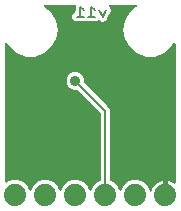
<source format=gbr>
G04 EAGLE Gerber RS-274X export*
G75*
%MOMM*%
%FSLAX34Y34*%
%LPD*%
%INBottom Copper*%
%IPPOS*%
%AMOC8*
5,1,8,0,0,1.08239X$1,22.5*%
G01*
%ADD10C,0.203200*%
%ADD11C,1.879600*%
%ADD12C,0.889000*%

G36*
X140774Y12709D02*
X140774Y12709D01*
X140832Y12708D01*
X140914Y12729D01*
X140997Y12741D01*
X141051Y12765D01*
X141107Y12779D01*
X141180Y12822D01*
X141257Y12857D01*
X141302Y12895D01*
X141352Y12925D01*
X141410Y12986D01*
X141474Y13041D01*
X141506Y13089D01*
X141546Y13132D01*
X141585Y13207D01*
X141631Y13277D01*
X141649Y13333D01*
X141676Y13385D01*
X141687Y13453D01*
X141717Y13548D01*
X141720Y13648D01*
X141731Y13716D01*
X141731Y24466D01*
X142496Y24345D01*
X144283Y23764D01*
X145957Y22911D01*
X146723Y22354D01*
X146805Y22311D01*
X146881Y22260D01*
X146930Y22245D01*
X146974Y22221D01*
X147064Y22202D01*
X147152Y22174D01*
X147203Y22173D01*
X147253Y22163D01*
X147344Y22169D01*
X147436Y22167D01*
X147485Y22180D01*
X147536Y22184D01*
X147623Y22216D01*
X147711Y22239D01*
X147755Y22265D01*
X147803Y22283D01*
X147877Y22337D01*
X147956Y22384D01*
X147991Y22421D01*
X148031Y22451D01*
X148087Y22524D01*
X148150Y22592D01*
X148173Y22637D01*
X148204Y22677D01*
X148238Y22763D01*
X148280Y22845D01*
X148287Y22889D01*
X148308Y22942D01*
X148323Y23100D01*
X148335Y23176D01*
X148335Y140351D01*
X148333Y140371D01*
X148335Y140390D01*
X148313Y140511D01*
X148295Y140633D01*
X148287Y140651D01*
X148284Y140670D01*
X148229Y140780D01*
X148179Y140892D01*
X148167Y140907D01*
X148158Y140925D01*
X148075Y141016D01*
X147996Y141109D01*
X147979Y141120D01*
X147966Y141135D01*
X147861Y141199D01*
X147759Y141267D01*
X147740Y141273D01*
X147724Y141283D01*
X147605Y141316D01*
X147488Y141353D01*
X147468Y141353D01*
X147449Y141358D01*
X147327Y141357D01*
X147204Y141360D01*
X147185Y141355D01*
X147165Y141355D01*
X147047Y141319D01*
X146929Y141288D01*
X146912Y141278D01*
X146893Y141272D01*
X146790Y141206D01*
X146684Y141143D01*
X146671Y141129D01*
X146654Y141118D01*
X146608Y141061D01*
X146490Y140936D01*
X146466Y140890D01*
X146441Y140859D01*
X144585Y137644D01*
X138478Y132520D01*
X130986Y129793D01*
X123014Y129793D01*
X115522Y132520D01*
X109415Y137644D01*
X105429Y144549D01*
X104045Y152400D01*
X105429Y160251D01*
X109415Y167155D01*
X115120Y171942D01*
X115169Y171997D01*
X115225Y172045D01*
X115264Y172102D01*
X115310Y172154D01*
X115342Y172220D01*
X115383Y172281D01*
X115404Y172347D01*
X115434Y172410D01*
X115446Y172482D01*
X115468Y172552D01*
X115470Y172621D01*
X115482Y172690D01*
X115474Y172763D01*
X115476Y172836D01*
X115458Y172903D01*
X115451Y172972D01*
X115423Y173040D01*
X115404Y173111D01*
X115369Y173171D01*
X115342Y173235D01*
X115296Y173293D01*
X115259Y173356D01*
X115208Y173403D01*
X115165Y173457D01*
X115105Y173500D01*
X115051Y173550D01*
X114990Y173582D01*
X114933Y173622D01*
X114864Y173646D01*
X114798Y173680D01*
X114740Y173690D01*
X114665Y173716D01*
X114543Y173723D01*
X114467Y173735D01*
X93072Y173735D01*
X93022Y173728D01*
X92972Y173730D01*
X92882Y173708D01*
X92790Y173695D01*
X92745Y173675D01*
X92696Y173663D01*
X92615Y173617D01*
X92531Y173579D01*
X92493Y173547D01*
X92449Y173522D01*
X92384Y173455D01*
X92314Y173396D01*
X92286Y173354D01*
X92251Y173318D01*
X92208Y173236D01*
X92156Y173159D01*
X92141Y173111D01*
X92118Y173067D01*
X92098Y172976D01*
X92070Y172888D01*
X92069Y172838D01*
X92059Y172789D01*
X92066Y172696D01*
X92063Y172604D01*
X92076Y172555D01*
X92079Y172505D01*
X92112Y172418D01*
X92135Y172329D01*
X92161Y172286D01*
X92178Y172239D01*
X92233Y172164D01*
X92280Y172084D01*
X92317Y172050D01*
X92346Y172010D01*
X92406Y171966D01*
X92470Y171907D01*
X93543Y168687D01*
X90239Y162081D01*
X90213Y162002D01*
X90184Y161948D01*
X89765Y160691D01*
X89762Y160689D01*
X89747Y160683D01*
X89645Y160608D01*
X89541Y160536D01*
X89531Y160524D01*
X89518Y160515D01*
X89478Y160459D01*
X89361Y160316D01*
X89343Y160274D01*
X89328Y160253D01*
X88070Y159834D01*
X87996Y159797D01*
X87937Y159779D01*
X86752Y159186D01*
X86748Y159187D01*
X86734Y159194D01*
X86609Y159213D01*
X86484Y159236D01*
X86468Y159234D01*
X86453Y159236D01*
X86385Y159226D01*
X86201Y159207D01*
X86158Y159190D01*
X86133Y159186D01*
X84947Y159779D01*
X84868Y159805D01*
X84814Y159834D01*
X83236Y160360D01*
X83222Y160368D01*
X83178Y160380D01*
X83161Y160385D01*
X83156Y160386D01*
X83105Y160408D01*
X83025Y160419D01*
X82946Y160438D01*
X82884Y160437D01*
X82823Y160444D01*
X82743Y160432D01*
X82662Y160429D01*
X82603Y160410D01*
X82542Y160401D01*
X82469Y160367D01*
X82392Y160342D01*
X82348Y160311D01*
X82284Y160281D01*
X82182Y160193D01*
X82118Y160147D01*
X81482Y159511D01*
X63337Y159511D01*
X60956Y161892D01*
X60956Y165260D01*
X63370Y167674D01*
X63422Y167744D01*
X63482Y167808D01*
X63508Y167857D01*
X63541Y167901D01*
X63572Y167983D01*
X63612Y168061D01*
X63620Y168108D01*
X63642Y168167D01*
X63654Y168315D01*
X63667Y168392D01*
X63667Y172720D01*
X63659Y172778D01*
X63661Y172836D01*
X63639Y172918D01*
X63627Y173002D01*
X63604Y173055D01*
X63589Y173111D01*
X63546Y173184D01*
X63511Y173261D01*
X63473Y173306D01*
X63444Y173356D01*
X63382Y173414D01*
X63328Y173478D01*
X63279Y173510D01*
X63236Y173550D01*
X63161Y173589D01*
X63091Y173636D01*
X63035Y173653D01*
X62983Y173680D01*
X62915Y173691D01*
X62820Y173721D01*
X62720Y173724D01*
X62652Y173735D01*
X37933Y173735D01*
X37860Y173725D01*
X37786Y173725D01*
X37720Y173705D01*
X37651Y173695D01*
X37584Y173665D01*
X37514Y173645D01*
X37455Y173608D01*
X37392Y173579D01*
X37336Y173532D01*
X37274Y173492D01*
X37228Y173440D01*
X37175Y173396D01*
X37134Y173334D01*
X37085Y173279D01*
X37056Y173217D01*
X37017Y173159D01*
X36995Y173089D01*
X36964Y173022D01*
X36952Y172954D01*
X36932Y172888D01*
X36930Y172814D01*
X36918Y172742D01*
X36926Y172673D01*
X36924Y172604D01*
X36943Y172533D01*
X36952Y172459D01*
X36979Y172396D01*
X36996Y172329D01*
X37034Y172265D01*
X37062Y172198D01*
X37101Y172153D01*
X37141Y172084D01*
X37231Y172000D01*
X37280Y171942D01*
X42985Y167156D01*
X46971Y160251D01*
X48355Y152400D01*
X46971Y144549D01*
X42985Y137645D01*
X36878Y132520D01*
X29386Y129793D01*
X21414Y129793D01*
X13922Y132520D01*
X7815Y137644D01*
X5959Y140859D01*
X5947Y140874D01*
X5939Y140892D01*
X5860Y140986D01*
X5784Y141083D01*
X5768Y141094D01*
X5755Y141109D01*
X5653Y141178D01*
X5554Y141249D01*
X5535Y141256D01*
X5519Y141267D01*
X5401Y141304D01*
X5286Y141346D01*
X5266Y141347D01*
X5248Y141353D01*
X5125Y141356D01*
X5002Y141364D01*
X4983Y141359D01*
X4964Y141360D01*
X4845Y141329D01*
X4725Y141302D01*
X4707Y141293D01*
X4689Y141288D01*
X4583Y141226D01*
X4475Y141167D01*
X4461Y141153D01*
X4444Y141143D01*
X4360Y141053D01*
X4273Y140967D01*
X4263Y140950D01*
X4250Y140936D01*
X4194Y140826D01*
X4134Y140719D01*
X4129Y140700D01*
X4120Y140682D01*
X4108Y140610D01*
X4069Y140442D01*
X4071Y140391D01*
X4065Y140351D01*
X4065Y24115D01*
X4081Y24001D01*
X4091Y23887D01*
X4101Y23861D01*
X4105Y23833D01*
X4152Y23728D01*
X4193Y23621D01*
X4209Y23599D01*
X4221Y23574D01*
X4295Y23486D01*
X4364Y23395D01*
X4387Y23378D01*
X4404Y23357D01*
X4500Y23293D01*
X4592Y23225D01*
X4618Y23215D01*
X4641Y23199D01*
X4751Y23165D01*
X4858Y23124D01*
X4886Y23122D01*
X4912Y23114D01*
X5027Y23111D01*
X5141Y23101D01*
X5166Y23107D01*
X5196Y23106D01*
X5453Y23173D01*
X5469Y23177D01*
X10224Y25147D01*
X15176Y25147D01*
X19751Y23252D01*
X23252Y19751D01*
X24462Y16829D01*
X24477Y16804D01*
X24486Y16776D01*
X24549Y16681D01*
X24607Y16584D01*
X24628Y16564D01*
X24644Y16539D01*
X24731Y16467D01*
X24813Y16389D01*
X24839Y16375D01*
X24862Y16357D01*
X24965Y16311D01*
X25066Y16259D01*
X25095Y16253D01*
X25122Y16241D01*
X25234Y16225D01*
X25345Y16204D01*
X25374Y16206D01*
X25403Y16202D01*
X25515Y16218D01*
X25628Y16228D01*
X25655Y16239D01*
X25684Y16243D01*
X25788Y16289D01*
X25893Y16330D01*
X25917Y16348D01*
X25944Y16360D01*
X26030Y16433D01*
X26120Y16502D01*
X26138Y16525D01*
X26160Y16544D01*
X26202Y16611D01*
X26290Y16729D01*
X26312Y16788D01*
X26338Y16829D01*
X27548Y19751D01*
X31049Y23252D01*
X35624Y25147D01*
X40576Y25147D01*
X45151Y23252D01*
X48652Y19751D01*
X49862Y16829D01*
X49877Y16804D01*
X49886Y16776D01*
X49949Y16681D01*
X50007Y16584D01*
X50028Y16564D01*
X50044Y16539D01*
X50131Y16467D01*
X50213Y16389D01*
X50239Y16375D01*
X50262Y16357D01*
X50365Y16311D01*
X50466Y16259D01*
X50495Y16253D01*
X50522Y16241D01*
X50634Y16225D01*
X50745Y16204D01*
X50774Y16206D01*
X50803Y16202D01*
X50915Y16218D01*
X51028Y16228D01*
X51055Y16239D01*
X51084Y16243D01*
X51188Y16289D01*
X51293Y16330D01*
X51317Y16348D01*
X51344Y16360D01*
X51430Y16433D01*
X51520Y16502D01*
X51538Y16525D01*
X51560Y16544D01*
X51602Y16611D01*
X51690Y16729D01*
X51712Y16788D01*
X51738Y16829D01*
X52948Y19751D01*
X56449Y23252D01*
X61024Y25147D01*
X65976Y25147D01*
X70551Y23252D01*
X74052Y19751D01*
X75262Y16829D01*
X75277Y16804D01*
X75286Y16776D01*
X75349Y16681D01*
X75407Y16584D01*
X75428Y16564D01*
X75444Y16539D01*
X75531Y16467D01*
X75613Y16389D01*
X75639Y16375D01*
X75662Y16357D01*
X75765Y16311D01*
X75866Y16259D01*
X75895Y16253D01*
X75922Y16241D01*
X76034Y16225D01*
X76145Y16204D01*
X76174Y16206D01*
X76203Y16202D01*
X76315Y16218D01*
X76428Y16228D01*
X76455Y16239D01*
X76484Y16243D01*
X76588Y16289D01*
X76693Y16330D01*
X76717Y16348D01*
X76744Y16360D01*
X76830Y16433D01*
X76920Y16502D01*
X76938Y16525D01*
X76960Y16544D01*
X77002Y16611D01*
X77090Y16729D01*
X77112Y16788D01*
X77138Y16829D01*
X78348Y19751D01*
X81849Y23252D01*
X84209Y24229D01*
X84210Y24230D01*
X84211Y24230D01*
X84328Y24299D01*
X84453Y24373D01*
X84454Y24375D01*
X84456Y24375D01*
X84553Y24479D01*
X84649Y24580D01*
X84649Y24582D01*
X84650Y24583D01*
X84715Y24709D01*
X84779Y24833D01*
X84779Y24834D01*
X84780Y24836D01*
X84782Y24851D01*
X84834Y25112D01*
X84831Y25142D01*
X84835Y25167D01*
X84835Y81716D01*
X84823Y81802D01*
X84820Y81890D01*
X84803Y81943D01*
X84795Y81997D01*
X84760Y82077D01*
X84733Y82160D01*
X84705Y82200D01*
X84679Y82257D01*
X84611Y82337D01*
X84589Y82374D01*
X84563Y82399D01*
X84538Y82434D01*
X65543Y101429D01*
X65473Y101481D01*
X65409Y101541D01*
X65360Y101567D01*
X65316Y101600D01*
X65234Y101631D01*
X65156Y101671D01*
X65108Y101679D01*
X65050Y101701D01*
X64902Y101713D01*
X64825Y101726D01*
X62009Y101726D01*
X59255Y102867D01*
X57147Y104975D01*
X56006Y107729D01*
X56006Y110711D01*
X57147Y113465D01*
X59255Y115573D01*
X62009Y116714D01*
X64991Y116714D01*
X67745Y115573D01*
X69853Y113465D01*
X70994Y110711D01*
X70994Y107895D01*
X71006Y107809D01*
X71009Y107721D01*
X71026Y107668D01*
X71034Y107614D01*
X71069Y107534D01*
X71096Y107451D01*
X71124Y107411D01*
X71150Y107354D01*
X71246Y107241D01*
X71291Y107177D01*
X90286Y88182D01*
X92965Y85504D01*
X92965Y25167D01*
X92965Y25165D01*
X92965Y25164D01*
X92985Y25025D01*
X93005Y24885D01*
X93005Y24884D01*
X93005Y24882D01*
X93065Y24750D01*
X93121Y24626D01*
X93122Y24625D01*
X93123Y24623D01*
X93214Y24516D01*
X93304Y24409D01*
X93306Y24408D01*
X93307Y24407D01*
X93320Y24399D01*
X93541Y24251D01*
X93570Y24242D01*
X93591Y24229D01*
X95951Y23252D01*
X99452Y19751D01*
X100662Y16829D01*
X100677Y16804D01*
X100686Y16776D01*
X100749Y16681D01*
X100807Y16584D01*
X100828Y16564D01*
X100844Y16539D01*
X100931Y16467D01*
X101013Y16389D01*
X101039Y16375D01*
X101062Y16357D01*
X101165Y16311D01*
X101266Y16259D01*
X101295Y16253D01*
X101322Y16241D01*
X101434Y16225D01*
X101545Y16204D01*
X101574Y16206D01*
X101603Y16202D01*
X101715Y16218D01*
X101828Y16228D01*
X101855Y16239D01*
X101884Y16243D01*
X101988Y16289D01*
X102093Y16330D01*
X102117Y16348D01*
X102144Y16360D01*
X102230Y16433D01*
X102320Y16502D01*
X102338Y16525D01*
X102360Y16544D01*
X102402Y16611D01*
X102490Y16729D01*
X102512Y16788D01*
X102538Y16829D01*
X103748Y19751D01*
X107249Y23252D01*
X111824Y25147D01*
X116776Y25147D01*
X121351Y23252D01*
X124852Y19751D01*
X126369Y16089D01*
X126404Y16029D01*
X126430Y15965D01*
X126476Y15907D01*
X126513Y15844D01*
X126563Y15796D01*
X126606Y15742D01*
X126666Y15699D01*
X126720Y15649D01*
X126781Y15617D01*
X126838Y15577D01*
X126907Y15552D01*
X126973Y15518D01*
X127040Y15505D01*
X127106Y15482D01*
X127179Y15478D01*
X127252Y15463D01*
X127320Y15469D01*
X127389Y15465D01*
X127461Y15481D01*
X127535Y15488D01*
X127599Y15513D01*
X127667Y15528D01*
X127731Y15563D01*
X127800Y15590D01*
X127855Y15632D01*
X127916Y15665D01*
X127968Y15717D01*
X128027Y15761D01*
X128068Y15817D01*
X128117Y15866D01*
X128146Y15921D01*
X128197Y15989D01*
X128238Y16097D01*
X128272Y16163D01*
X128636Y17283D01*
X129489Y18957D01*
X130594Y20478D01*
X131922Y21806D01*
X133443Y22911D01*
X135117Y23764D01*
X136904Y24345D01*
X137669Y24466D01*
X137669Y13716D01*
X137677Y13658D01*
X137675Y13600D01*
X137697Y13518D01*
X137709Y13435D01*
X137733Y13381D01*
X137747Y13325D01*
X137790Y13252D01*
X137825Y13175D01*
X137863Y13131D01*
X137893Y13080D01*
X137954Y13023D01*
X138009Y12958D01*
X138057Y12926D01*
X138100Y12886D01*
X138175Y12847D01*
X138245Y12801D01*
X138301Y12783D01*
X138353Y12756D01*
X138421Y12745D01*
X138516Y12715D01*
X138616Y12712D01*
X138684Y12701D01*
X140716Y12701D01*
X140774Y12709D01*
G37*
D10*
X89154Y168999D02*
X86442Y163576D01*
X83731Y168999D01*
X79799Y168999D02*
X77087Y171711D01*
X77087Y163576D01*
X74376Y163576D02*
X79799Y163576D01*
X70444Y168999D02*
X67732Y171711D01*
X67732Y163576D01*
X70444Y163576D02*
X65020Y163576D01*
D11*
X12700Y12700D03*
X38100Y12700D03*
X63500Y12700D03*
X88900Y12700D03*
X114300Y12700D03*
X139700Y12700D03*
D10*
X88900Y12700D02*
X88900Y83820D01*
X63500Y109220D01*
D12*
X63500Y109220D03*
X76200Y139700D03*
X101600Y58420D03*
X80010Y58420D03*
M02*

</source>
